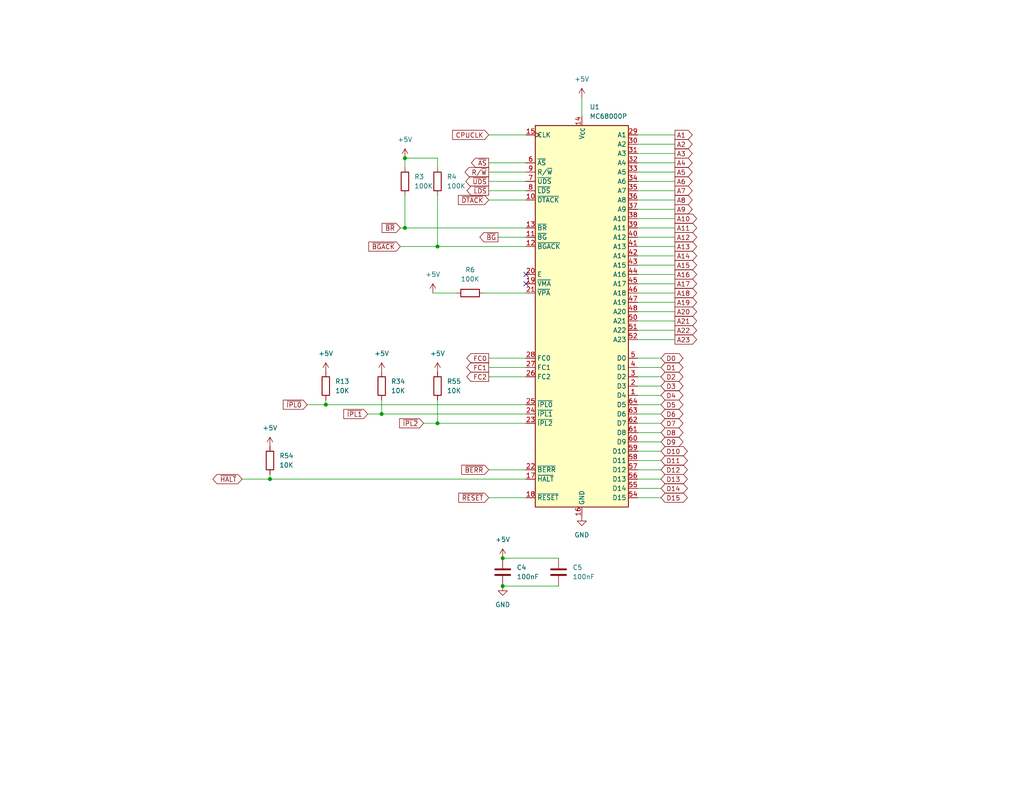
<source format=kicad_sch>
(kicad_sch (version 20250114) (generator "eeschema") (generator_version "9.0")
  (paper "USLetter")
  (lib_symbols
    (symbol "CPU_NXP_68000:MC68000P"
      (property "Reference" "U" (at -11.684 54.864 0))
      (property "Value" "MC68000P" (at 9.652 54.864 0))
      (symbol "MC68000P_0_1"
        (rectangle (start -12.7 53.34) (end 12.7 -50.8) (stroke (width 0.254)) (fill (type background)))
      )
      (symbol "MC68000P_1_1"
        (pin input clock (at -15.24 50.8 0) (length 2.54) (name "CLK") (number "15"))
        (pin tri_state line (at -15.24 43.18 0) (length 2.54) (name "~{AS}") (number "6"))
        (pin tri_state line (at -15.24 40.64 0) (length 2.54) (name "R/~{W}") (number "9"))
        (pin tri_state line (at -15.24 38.1 0) (length 2.54) (name "~{UDS}") (number "7"))
        (pin tri_state line (at -15.24 35.56 0) (length 2.54) (name "~{LDS}") (number "8"))
        (pin input line (at -15.24 33.02 0) (length 2.54) (name "~{DTACK}") (number "10"))
        (pin input line (at -15.24 25.4 0) (length 2.54) (name "~{BR}") (number "13"))
        (pin output line (at -15.24 22.86 0) (length 2.54) (name "~{BG}") (number "11"))
        (pin input line (at -15.24 20.32 0) (length 2.54) (name "~{BGACK}") (number "12"))
        (pin output line (at -15.24 12.7 0) (length 2.54) (name "E") (number "20"))
        (pin tri_state line (at -15.24 10.16 0) (length 2.54) (name "~{VMA}") (number "19"))
        (pin input line (at -15.24 7.62 0) (length 2.54) (name "~{VPA}") (number "21"))
        (pin tri_state line (at -15.24 -10.16 0) (length 2.54) (name "FC0") (number "28"))
        (pin tri_state line (at -15.24 -12.7 0) (length 2.54) (name "FC1") (number "27"))
        (pin tri_state line (at -15.24 -15.24 0) (length 2.54) (name "FC2") (number "26"))
        (pin input line (at -15.24 -22.86 0) (length 2.54) (name "~{IPL0}") (number "25"))
        (pin input line (at -15.24 -25.4 0) (length 2.54) (name "~{IPL1}") (number "24"))
        (pin input line (at -15.24 -27.94 0) (length 2.54) (name "~{IPL2}") (number "23"))
        (pin input line (at -15.24 -40.64 0) (length 2.54) (name "~{BERR}") (number "22"))
        (pin bidirectional line (at -15.24 -43.18 0) (length 2.54) (name "~{HALT}") (number "17"))
        (pin bidirectional line (at -15.24 -48.26 0) (length 2.54) (name "~{RESET}") (number "18"))
        (pin power_in line (at 0 55.88 270) (length 2.54) (name "V_{CC}") (number "14"))
        (pin passive line (at 0 55.88 270) (length 2.54) (hide yes) (name "V_{CC}") (number "49"))
        (pin power_in line (at 0 -53.34 90) (length 2.54) (name "GND") (number "16"))
        (pin passive line (at 0 -53.34 90) (length 2.54) (hide yes) (name "GND") (number "53"))
        (pin tri_state line (at 15.24 50.8 180) (length 2.54) (name "A1") (number "29"))
        (pin tri_state line (at 15.24 48.26 180) (length 2.54) (name "A2") (number "30"))
        (pin tri_state line (at 15.24 45.72 180) (length 2.54) (name "A3") (number "31"))
        (pin tri_state line (at 15.24 43.18 180) (length 2.54) (name "A4") (number "32"))
        (pin tri_state line (at 15.24 40.64 180) (length 2.54) (name "A5") (number "33"))
        (pin tri_state line (at 15.24 38.1 180) (length 2.54) (name "A6") (number "34"))
        (pin tri_state line (at 15.24 35.56 180) (length 2.54) (name "A7") (number "35"))
        (pin tri_state line (at 15.24 33.02 180) (length 2.54) (name "A8") (number "36"))
        (pin tri_state line (at 15.24 30.48 180) (length 2.54) (name "A9") (number "37"))
        (pin tri_state line (at 15.24 27.94 180) (length 2.54) (name "A10") (number "38"))
        (pin tri_state line (at 15.24 25.4 180) (length 2.54) (name "A11") (number "39"))
        (pin tri_state line (at 15.24 22.86 180) (length 2.54) (name "A12") (number "40"))
        (pin tri_state line (at 15.24 20.32 180) (length 2.54) (name "A13") (number "41"))
        (pin tri_state line (at 15.24 17.78 180) (length 2.54) (name "A14") (number "42"))
        (pin tri_state line (at 15.24 15.24 180) (length 2.54) (name "A15") (number "43"))
        (pin tri_state line (at 15.24 12.7 180) (length 2.54) (name "A16") (number "44"))
        (pin tri_state line (at 15.24 10.16 180) (length 2.54) (name "A17") (number "45"))
        (pin tri_state line (at 15.24 7.62 180) (length 2.54) (name "A18") (number "46"))
        (pin tri_state line (at 15.24 5.08 180) (length 2.54) (name "A19") (number "47"))
        (pin tri_state line (at 15.24 2.54 180) (length 2.54) (name "A20") (number "48"))
        (pin tri_state line (at 15.24 0 180) (length 2.54) (name "A21") (number "50"))
        (pin tri_state line (at 15.24 -2.54 180) (length 2.54) (name "A22") (number "51"))
        (pin tri_state line (at 15.24 -5.08 180) (length 2.54) (name "A23") (number "52"))
        (pin bidirectional line (at 15.24 -10.16 180) (length 2.54) (name "D0") (number "5"))
        (pin bidirectional line (at 15.24 -12.7 180) (length 2.54) (name "D1") (number "4"))
        (pin bidirectional line (at 15.24 -15.24 180) (length 2.54) (name "D2") (number "3"))
        (pin bidirectional line (at 15.24 -17.78 180) (length 2.54) (name "D3") (number "2"))
        (pin bidirectional line (at 15.24 -20.32 180) (length 2.54) (name "D4") (number "1"))
        (pin bidirectional line (at 15.24 -22.86 180) (length 2.54) (name "D5") (number "64"))
        (pin bidirectional line (at 15.24 -25.4 180) (length 2.54) (name "D6") (number "63"))
        (pin bidirectional line (at 15.24 -27.94 180) (length 2.54) (name "D7") (number "62"))
        (pin bidirectional line (at 15.24 -30.48 180) (length 2.54) (name "D8") (number "61"))
        (pin bidirectional line (at 15.24 -33.02 180) (length 2.54) (name "D9") (number "60"))
        (pin bidirectional line (at 15.24 -35.56 180) (length 2.54) (name "D10") (number "59"))
        (pin bidirectional line (at 15.24 -38.1 180) (length 2.54) (name "D11") (number "58"))
        (pin bidirectional line (at 15.24 -40.64 180) (length 2.54) (name "D12") (number "57"))
        (pin bidirectional line (at 15.24 -43.18 180) (length 2.54) (name "D13") (number "56"))
        (pin bidirectional line (at 15.24 -45.72 180) (length 2.54) (name "D14") (number "55"))
        (pin bidirectional line (at 15.24 -48.26 180) (length 2.54) (name "D15") (number "54"))
      )
    )
    (symbol "Device:C" (pin_numbers (hide yes)) (pin_names (offset 0.254))
      (property "Reference" "C" (at 0.635 2.54 0))
      (property "Value" "C" (at 0.635 -2.54 0))
      (symbol "C_0_1"
        (polyline (pts (xy -2.032 0.762) (xy 2.032 0.762)) (stroke (width 0.508)))
        (polyline (pts (xy -2.032 -0.762) (xy 2.032 -0.762)) (stroke (width 0.508)))
      )
      (symbol "C_1_1"
        (pin passive line (at 0 3.81 270) (length 2.794) (name "~") (number "1"))
        (pin passive line (at 0 -3.81 90) (length 2.794) (name "~") (number "2"))
      )
    )
    (symbol "Device:R" (pin_numbers (hide yes)) (pin_names (offset 0))
      (property "Reference" "R" (at 2.032 0 90))
      (property "Value" "R" (at 0 0 90))
      (symbol "R_0_1"
        (rectangle (start -1.016 -2.54) (end 1.016 2.54) (stroke (width 0.254)))
      )
      (symbol "R_1_1"
        (pin passive line (at 0 3.81 270) (length 1.27) (name "~") (number "1"))
        (pin passive line (at 0 -3.81 90) (length 1.27) (name "~") (number "2"))
      )
    )
    (symbol "power:+5V" (power) (pin_numbers (hide yes)) (pin_names (offset 0) (hide yes))
      (property "Value" "+5V" (at 0 3.556 0))
      (symbol "+5V_0_1"
        (polyline (pts (xy -0.762 1.27) (xy 0 2.54)))
        (polyline (pts (xy 0 2.54) (xy 0.762 1.27)))
        (polyline (pts (xy 0 0) (xy 0 2.54)))
      )
      (symbol "+5V_1_1"
        (pin power_in line (at 0 0 90) (length 0) (name "~") (number "1"))
      )
    )
    (symbol "power:GND" (power) (pin_numbers (hide yes)) (pin_names (offset 0) (hide yes))
      (property "Value" "GND" (at 0 -3.81 0))
      (symbol "GND_0_1"
        (polyline (pts (xy 0 0) (xy 0 -1.27) (xy 1.27 -1.27) (xy 0 -2.54) (xy -1.27 -1.27) (xy 0 -1.27)))
      )
      (symbol "GND_1_1"
        (pin power_in line (at 0 0 270) (length 0) (name "~") (number "1"))
      )
    )
  )
  (junction (at 73.66 130.81))
  (junction (at 110.49 62.23))
  (junction (at 137.16 160.02))
  (junction (at 104.14 113.03))
  (junction (at 88.9 110.49))
  (junction (at 137.16 152.4))
  (junction (at 119.38 115.57))
  (junction (at 119.38 67.31))
  (junction (at 110.49 43.18))
  (no_connect (at 143.51 74.93))
  (no_connect (at 143.51 77.47))
  (wire (pts (xy 173.99 69.85) (xy 184.15 69.85)))
  (wire (pts (xy 104.14 113.03) (xy 143.51 113.03)))
  (wire (pts (xy 173.99 102.87) (xy 180.34 102.87)))
  (wire (pts (xy 119.38 67.31) (xy 143.51 67.31)))
  (wire (pts (xy 119.38 115.57) (xy 143.51 115.57)))
  (wire (pts (xy 100.33 113.03) (xy 104.14 113.03)))
  (wire (pts (xy 133.35 100.33) (xy 143.51 100.33)))
  (wire (pts (xy 110.49 43.18) (xy 110.49 45.72)))
  (wire (pts (xy 109.22 67.31) (xy 119.38 67.31)))
  (wire (pts (xy 173.99 115.57) (xy 180.34 115.57)))
  (wire (pts (xy 173.99 118.11) (xy 180.34 118.11)))
  (wire (pts (xy 173.99 90.17) (xy 184.15 90.17)))
  (wire (pts (xy 173.99 113.03) (xy 180.34 113.03)))
  (wire (pts (xy 173.99 77.47) (xy 184.15 77.47)))
  (wire (pts (xy 173.99 82.55) (xy 184.15 82.55)))
  (wire (pts (xy 110.49 62.23) (xy 143.51 62.23)))
  (wire (pts (xy 173.99 110.49) (xy 180.34 110.49)))
  (wire (pts (xy 88.9 109.22) (xy 88.9 110.49)))
  (wire (pts (xy 173.99 46.99) (xy 184.15 46.99)))
  (wire (pts (xy 133.35 36.83) (xy 143.51 36.83)))
  (wire (pts (xy 173.99 105.41) (xy 180.34 105.41)))
  (wire (pts (xy 173.99 74.93) (xy 184.15 74.93)))
  (wire (pts (xy 173.99 120.65) (xy 180.34 120.65)))
  (wire (pts (xy 173.99 97.79) (xy 180.34 97.79)))
  (wire (pts (xy 115.57 115.57) (xy 119.38 115.57)))
  (wire (pts (xy 66.04 130.81) (xy 73.66 130.81)))
  (wire (pts (xy 88.9 110.49) (xy 143.51 110.49)))
  (wire (pts (xy 173.99 130.81) (xy 180.34 130.81)))
  (wire (pts (xy 173.99 64.77) (xy 184.15 64.77)))
  (wire (pts (xy 133.35 135.89) (xy 143.51 135.89)))
  (wire (pts (xy 173.99 133.35) (xy 180.34 133.35)))
  (wire (pts (xy 173.99 54.61) (xy 184.15 54.61)))
  (wire (pts (xy 133.35 102.87) (xy 143.51 102.87)))
  (wire (pts (xy 110.49 43.18) (xy 119.38 43.18)))
  (wire (pts (xy 133.35 46.99) (xy 143.51 46.99)))
  (wire (pts (xy 73.66 129.54) (xy 73.66 130.81)))
  (wire (pts (xy 104.14 109.22) (xy 104.14 113.03)))
  (wire (pts (xy 135.89 64.77) (xy 143.51 64.77)))
  (wire (pts (xy 173.99 49.53) (xy 184.15 49.53)))
  (wire (pts (xy 173.99 87.63) (xy 184.15 87.63)))
  (wire (pts (xy 119.38 109.22) (xy 119.38 115.57)))
  (wire (pts (xy 173.99 123.19) (xy 180.34 123.19)))
  (wire (pts (xy 133.35 97.79) (xy 143.51 97.79)))
  (wire (pts (xy 132.08 80.01) (xy 143.51 80.01)))
  (wire (pts (xy 173.99 36.83) (xy 184.15 36.83)))
  (wire (pts (xy 173.99 125.73) (xy 180.34 125.73)))
  (wire (pts (xy 73.66 130.81) (xy 143.51 130.81)))
  (wire (pts (xy 173.99 128.27) (xy 180.34 128.27)))
  (wire (pts (xy 109.22 62.23) (xy 110.49 62.23)))
  (wire (pts (xy 83.82 110.49) (xy 88.9 110.49)))
  (wire (pts (xy 173.99 67.31) (xy 184.15 67.31)))
  (wire (pts (xy 173.99 57.15) (xy 184.15 57.15)))
  (wire (pts (xy 173.99 59.69) (xy 184.15 59.69)))
  (wire (pts (xy 110.49 53.34) (xy 110.49 62.23)))
  (wire (pts (xy 173.99 41.91) (xy 184.15 41.91)))
  (wire (pts (xy 173.99 52.07) (xy 184.15 52.07)))
  (wire (pts (xy 119.38 53.34) (xy 119.38 67.31)))
  (wire (pts (xy 173.99 107.95) (xy 180.34 107.95)))
  (wire (pts (xy 173.99 62.23) (xy 184.15 62.23)))
  (wire (pts (xy 173.99 85.09) (xy 184.15 85.09)))
  (wire (pts (xy 173.99 72.39) (xy 184.15 72.39)))
  (wire (pts (xy 124.46 80.01) (xy 118.11 80.01)))
  (wire (pts (xy 158.75 26.67) (xy 158.75 31.75)))
  (wire (pts (xy 133.35 54.61) (xy 143.51 54.61)))
  (wire (pts (xy 137.16 152.4) (xy 152.4 152.4)))
  (wire (pts (xy 173.99 92.71) (xy 184.15 92.71)))
  (wire (pts (xy 133.35 44.45) (xy 143.51 44.45)))
  (wire (pts (xy 133.35 52.07) (xy 143.51 52.07)))
  (wire (pts (xy 173.99 44.45) (xy 184.15 44.45)))
  (wire (pts (xy 173.99 80.01) (xy 184.15 80.01)))
  (wire (pts (xy 133.35 128.27) (xy 143.51 128.27)))
  (wire (pts (xy 119.38 43.18) (xy 119.38 45.72)))
  (wire (pts (xy 137.16 160.02) (xy 152.4 160.02)))
  (wire (pts (xy 173.99 100.33) (xy 180.34 100.33)))
  (wire (pts (xy 133.35 49.53) (xy 143.51 49.53)))
  (wire (pts (xy 173.99 39.37) (xy 184.15 39.37)))
  (wire (pts (xy 173.99 135.89) (xy 180.34 135.89)))
  (global_label "A12" (shape output) (at 184.15 64.77 0) (property "Intersheetrefs" "${INTERSHEET_REFS}" (effects (hide yes))))
  (global_label "~{BG}" (shape output) (at 135.89 64.77 180) (property "Intersheetrefs" "${INTERSHEET_REFS}" (effects (hide yes))))
  (global_label "A16" (shape output) (at 184.15 74.93 0) (property "Intersheetrefs" "${INTERSHEET_REFS}" (effects (hide yes))))
  (global_label "A4" (shape output) (at 184.15 44.45 0) (property "Intersheetrefs" "${INTERSHEET_REFS}" (effects (hide yes))))
  (global_label "~{AS}" (shape output) (at 133.35 44.45 180) (property "Intersheetrefs" "${INTERSHEET_REFS}" (effects (hide yes))))
  (global_label "D4" (shape tri_state) (at 180.34 107.95 0) (property "Intersheetrefs" "${INTERSHEET_REFS}" (effects (hide yes))))
  (global_label "~{UDS}" (shape output) (at 133.35 49.53 180) (property "Intersheetrefs" "${INTERSHEET_REFS}" (effects (hide yes))))
  (global_label "A22" (shape output) (at 184.15 90.17 0) (property "Intersheetrefs" "${INTERSHEET_REFS}" (effects (hide yes))))
  (global_label "A15" (shape output) (at 184.15 72.39 0) (property "Intersheetrefs" "${INTERSHEET_REFS}" (effects (hide yes))))
  (global_label "~{BGACK}" (shape input) (at 109.22 67.31 180) (property "Intersheetrefs" "${INTERSHEET_REFS}" (effects (hide yes))))
  (global_label "A8" (shape output) (at 184.15 54.61 0) (property "Intersheetrefs" "${INTERSHEET_REFS}" (effects (hide yes))))
  (global_label "A13" (shape output) (at 184.15 67.31 0) (property "Intersheetrefs" "${INTERSHEET_REFS}" (effects (hide yes))))
  (global_label "D10" (shape tri_state) (at 180.34 123.19 0) (property "Intersheetrefs" "${INTERSHEET_REFS}" (effects (hide yes))))
  (global_label "A20" (shape output) (at 184.15 85.09 0) (property "Intersheetrefs" "${INTERSHEET_REFS}" (effects (hide yes))))
  (global_label "A11" (shape output) (at 184.15 62.23 0) (property "Intersheetrefs" "${INTERSHEET_REFS}" (effects (hide yes))))
  (global_label "~{DTACK}" (shape input) (at 133.35 54.61 180) (property "Intersheetrefs" "${INTERSHEET_REFS}" (effects (hide yes))))
  (global_label "D13" (shape tri_state) (at 180.34 130.81 0) (property "Intersheetrefs" "${INTERSHEET_REFS}" (effects (hide yes))))
  (global_label "A23" (shape output) (at 184.15 92.71 0) (property "Intersheetrefs" "${INTERSHEET_REFS}" (effects (hide yes))))
  (global_label "A10" (shape output) (at 184.15 59.69 0) (property "Intersheetrefs" "${INTERSHEET_REFS}" (effects (hide yes))))
  (global_label "R{slash}~{W}" (shape output) (at 133.35 46.99 180) (property "Intersheetrefs" "${INTERSHEET_REFS}" (effects (hide yes))))
  (global_label "A21" (shape output) (at 184.15 87.63 0) (property "Intersheetrefs" "${INTERSHEET_REFS}" (effects (hide yes))))
  (global_label "A7" (shape output) (at 184.15 52.07 0) (property "Intersheetrefs" "${INTERSHEET_REFS}" (effects (hide yes))))
  (global_label "~{RESET}" (shape input) (at 133.35 135.89 180) (property "Intersheetrefs" "${INTERSHEET_REFS}" (effects (hide yes))))
  (global_label "D5" (shape tri_state) (at 180.34 110.49 0) (property "Intersheetrefs" "${INTERSHEET_REFS}" (effects (hide yes))))
  (global_label "~{LDS}" (shape output) (at 133.35 52.07 180) (property "Intersheetrefs" "${INTERSHEET_REFS}" (effects (hide yes))))
  (global_label "A14" (shape output) (at 184.15 69.85 0) (property "Intersheetrefs" "${INTERSHEET_REFS}" (effects (hide yes))))
  (global_label "A6" (shape output) (at 184.15 49.53 0) (property "Intersheetrefs" "${INTERSHEET_REFS}" (effects (hide yes))))
  (global_label "D1" (shape tri_state) (at 180.34 100.33 0) (property "Intersheetrefs" "${INTERSHEET_REFS}" (effects (hide yes))))
  (global_label "D7" (shape tri_state) (at 180.34 115.57 0) (property "Intersheetrefs" "${INTERSHEET_REFS}" (effects (hide yes))))
  (global_label "~{BERR}" (shape input) (at 133.35 128.27 180) (property "Intersheetrefs" "${INTERSHEET_REFS}" (effects (hide yes))))
  (global_label "D8" (shape tri_state) (at 180.34 118.11 0) (property "Intersheetrefs" "${INTERSHEET_REFS}" (effects (hide yes))))
  (global_label "~{IPL0}" (shape input) (at 83.82 110.49 180) (property "Intersheetrefs" "${INTERSHEET_REFS}" (effects (hide yes))))
  (global_label "D2" (shape tri_state) (at 180.34 102.87 0) (property "Intersheetrefs" "${INTERSHEET_REFS}" (effects (hide yes))))
  (global_label "A3" (shape output) (at 184.15 41.91 0) (property "Intersheetrefs" "${INTERSHEET_REFS}" (effects (hide yes))))
  (global_label "D9" (shape tri_state) (at 180.34 120.65 0) (property "Intersheetrefs" "${INTERSHEET_REFS}" (effects (hide yes))))
  (global_label "FC1" (shape output) (at 133.35 100.33 180) (property "Intersheetrefs" "${INTERSHEET_REFS}" (effects (hide yes))))
  (global_label "D11" (shape tri_state) (at 180.34 125.73 0) (property "Intersheetrefs" "${INTERSHEET_REFS}" (effects (hide yes))))
  (global_label "A9" (shape output) (at 184.15 57.15 0) (property "Intersheetrefs" "${INTERSHEET_REFS}" (effects (hide yes))))
  (global_label "CPUCLK" (shape input) (at 133.35 36.83 180) (property "Intersheetrefs" "${INTERSHEET_REFS}" (effects (hide yes))))
  (global_label "A17" (shape output) (at 184.15 77.47 0) (property "Intersheetrefs" "${INTERSHEET_REFS}" (effects (hide yes))))
  (global_label "D3" (shape tri_state) (at 180.34 105.41 0) (property "Intersheetrefs" "${INTERSHEET_REFS}" (effects (hide yes))))
  (global_label "A5" (shape output) (at 184.15 46.99 0) (property "Intersheetrefs" "${INTERSHEET_REFS}" (effects (hide yes))))
  (global_label "D12" (shape tri_state) (at 180.34 128.27 0) (property "Intersheetrefs" "${INTERSHEET_REFS}" (effects (hide yes))))
  (global_label "A19" (shape output) (at 184.15 82.55 0) (property "Intersheetrefs" "${INTERSHEET_REFS}" (effects (hide yes))))
  (global_label "A18" (shape output) (at 184.15 80.01 0) (property "Intersheetrefs" "${INTERSHEET_REFS}" (effects (hide yes))))
  (global_label "~{IPL1}" (shape input) (at 100.33 113.03 180) (property "Intersheetrefs" "${INTERSHEET_REFS}" (effects (hide yes))))
  (global_label "A1" (shape output) (at 184.15 36.83 0) (property "Intersheetrefs" "${INTERSHEET_REFS}" (effects (hide yes))))
  (global_label "A2" (shape output) (at 184.15 39.37 0) (property "Intersheetrefs" "${INTERSHEET_REFS}" (effects (hide yes))))
  (global_label "FC2" (shape output) (at 133.35 102.87 180) (property "Intersheetrefs" "${INTERSHEET_REFS}" (effects (hide yes))))
  (global_label "D0" (shape tri_state) (at 180.34 97.79 0) (property "Intersheetrefs" "${INTERSHEET_REFS}" (effects (hide yes))))
  (global_label "~{IPL2}" (shape input) (at 115.57 115.57 180) (property "Intersheetrefs" "${INTERSHEET_REFS}" (effects (hide yes))))
  (global_label "~{HALT}" (shape bidirectional) (at 66.04 130.81 180) (property "Intersheetrefs" "${INTERSHEET_REFS}" (effects (hide yes))))
  (global_label "D15" (shape tri_state) (at 180.34 135.89 0) (property "Intersheetrefs" "${INTERSHEET_REFS}" (effects (hide yes))))
  (global_label "~{BR}" (shape input) (at 109.22 62.23 180) (property "Intersheetrefs" "${INTERSHEET_REFS}" (effects (hide yes))))
  (global_label "D6" (shape tri_state) (at 180.34 113.03 0) (property "Intersheetrefs" "${INTERSHEET_REFS}" (effects (hide yes))))
  (global_label "FC0" (shape output) (at 133.35 97.79 180) (property "Intersheetrefs" "${INTERSHEET_REFS}" (effects (hide yes))))
  (global_label "D14" (shape tri_state) (at 180.34 133.35 0) (property "Intersheetrefs" "${INTERSHEET_REFS}" (effects (hide yes))))
  (symbol (lib_id "power:GND") (at 158.75 140.97 0) (unit 1)
    (property "Reference" "#PWR019" (effects (hide yes)))
    (property "Value" "GND" (at 158.75 146.05 0))
    (property "Description" "Power symbol creates a global label with name \"GND\" , ground" (effects (hide yes)))
  )
  (symbol (lib_id "Device:R") (at 119.38 49.53 0) (unit 1)
    (property "Reference" "R4" (at 121.92 48.2599 0) (effects (justify left)))
    (property "Value" "100K" (at 121.92 50.7999 0) (effects (justify left)))
    (property "Footprint" "Resistor_THT:R_Axial_DIN0207_L6.3mm_D2.5mm_P10.16mm_Horizontal" (effects (hide yes)))
    (property "Description" "Resistor" (effects (hide yes)))
  )
  (symbol (lib_id "Device:C") (at 152.4 156.21 0) (unit 1)
    (property "Reference" "C5" (at 156.21 154.9399 0) (effects (justify left)))
    (property "Value" "100nF" (at 156.21 157.4799 0) (effects (justify left)))
    (property "Footprint" "Capacitor_THT:C_Disc_D5.0mm_W2.5mm_P5.00mm" (effects (hide yes)))
    (property "Description" "Unpolarized capacitor" (effects (hide yes)))
  )
  (symbol (lib_id "Device:R") (at 88.9 105.41 0) (unit 1)
    (property "Reference" "R13" (at 91.44 104.1399 0) (effects (justify left)))
    (property "Value" "10K" (at 91.44 106.6799 0) (effects (justify left)))
    (property "Footprint" "Resistor_THT:R_Axial_DIN0207_L6.3mm_D2.5mm_P10.16mm_Horizontal" (effects (hide yes)))
    (property "Description" "Resistor" (effects (hide yes)))
  )
  (symbol (lib_id "CPU_NXP_68000:MC68000P") (at 158.75 87.63 0) (unit 1)
    (property "Reference" "U1" (at 160.8933 29.21 0) (effects (justify left)))
    (property "Value" "MC68000P" (at 160.8933 31.75 0) (effects (justify left)))
    (property "Footprint" "Package_DIP:DIP-64_W22.86mm" (effects (hide yes)))
    (property "Datasheet" "https://www.nxp.com/docs/en/reference-manual/MC68000UM.pdf" (effects (hide yes)))
    (property "Description" "16/32-bit microprocessor, 16-bit external data bus, 23-bit external address bus (effectively 24-bit), DIP-64 (900 mil, case 754-01)" (effects (hide yes)))
  )
  (symbol (lib_id "Device:C") (at 137.16 156.21 0) (unit 1)
    (property "Reference" "C4" (at 140.97 154.9399 0) (effects (justify left)))
    (property "Value" "100nF" (at 140.97 157.4799 0) (effects (justify left)))
    (property "Footprint" "Capacitor_THT:C_Disc_D5.0mm_W2.5mm_P5.00mm" (effects (hide yes)))
    (property "Description" "Unpolarized capacitor" (effects (hide yes)))
  )
  (symbol (lib_id "Device:R") (at 119.38 105.41 0) (unit 1)
    (property "Reference" "R55" (at 121.92 104.1399 0) (effects (justify left)))
    (property "Value" "10K" (at 121.92 106.6799 0) (effects (justify left)))
    (property "Footprint" "Resistor_THT:R_Axial_DIN0207_L6.3mm_D2.5mm_P10.16mm_Horizontal" (effects (hide yes)))
    (property "Description" "Resistor" (effects (hide yes)))
  )
  (symbol (lib_id "power:+5V") (at 88.9 101.6 0) (unit 1)
    (property "Reference" "#PWR077" (effects (hide yes)))
    (property "Value" "+5V" (at 88.9 96.52 0))
    (property "Description" "Power symbol creates a global label with name \"+5V\"" (effects (hide yes)))
  )
  (symbol (lib_id "power:GND") (at 137.16 160.02 0) (unit 1)
    (property "Reference" "#PWR017" (effects (hide yes)))
    (property "Value" "GND" (at 137.16 165.1 0))
    (property "Description" "Power symbol creates a global label with name \"GND\" , ground" (effects (hide yes)))
  )
  (symbol (lib_id "power:+5V") (at 110.49 43.18 0) (unit 1)
    (property "Reference" "#PWR014" (effects (hide yes)))
    (property "Value" "+5V" (at 110.49 38.1 0))
    (property "Description" "Power symbol creates a global label with name \"+5V\"" (effects (hide yes)))
  )
  (symbol (lib_id "power:+5V") (at 137.16 152.4 0) (unit 1)
    (property "Reference" "#PWR016" (effects (hide yes)))
    (property "Value" "+5V" (at 137.16 147.32 0))
    (property "Description" "Power symbol creates a global label with name \"+5V\"" (effects (hide yes)))
  )
  (symbol (lib_id "power:+5V") (at 104.14 101.6 0) (unit 1)
    (property "Reference" "#PWR0144" (effects (hide yes)))
    (property "Value" "+5V" (at 104.14 96.52 0))
    (property "Description" "Power symbol creates a global label with name \"+5V\"" (effects (hide yes)))
  )
  (symbol (lib_id "power:+5V") (at 118.11 80.01 0) (unit 1)
    (property "Reference" "#PWR015" (effects (hide yes)))
    (property "Value" "+5V" (at 118.11 74.93 0))
    (property "Description" "Power symbol creates a global label with name \"+5V\"" (effects (hide yes)))
  )
  (symbol (lib_id "Device:R") (at 110.49 49.53 0) (unit 1)
    (property "Reference" "R3" (at 113.03 48.2599 0) (effects (justify left)))
    (property "Value" "100K" (at 113.03 50.7999 0) (effects (justify left)))
    (property "Footprint" "Resistor_THT:R_Axial_DIN0207_L6.3mm_D2.5mm_P10.16mm_Horizontal" (effects (hide yes)))
    (property "Description" "Resistor" (effects (hide yes)))
  )
  (symbol (lib_id "power:+5V") (at 158.75 26.67 0) (unit 1)
    (property "Reference" "#PWR018" (effects (hide yes)))
    (property "Value" "+5V" (at 158.75 21.59 0))
    (property "Description" "Power symbol creates a global label with name \"+5V\"" (effects (hide yes)))
  )
  (symbol (lib_id "Device:R") (at 73.66 125.73 0) (unit 1)
    (property "Reference" "R54" (at 76.2 124.4599 0) (effects (justify left)))
    (property "Value" "10K" (at 76.2 126.9999 0) (effects (justify left)))
    (property "Footprint" "Resistor_THT:R_Axial_DIN0207_L6.3mm_D2.5mm_P10.16mm_Horizontal" (effects (hide yes)))
    (property "Description" "Resistor" (effects (hide yes)))
  )
  (symbol (lib_id "Device:R") (at 128.27 80.01 90) (unit 1)
    (property "Reference" "R6" (at 128.27 73.66 90))
    (property "Value" "100K" (at 128.27 76.2 90))
    (property "Footprint" "Resistor_THT:R_Axial_DIN0207_L6.3mm_D2.5mm_P10.16mm_Horizontal" (effects (hide yes)))
    (property "Description" "Resistor" (effects (hide yes)))
  )
  (symbol (lib_id "power:+5V") (at 119.38 101.6 0) (unit 1)
    (property "Reference" "#PWR0147" (effects (hide yes)))
    (property "Value" "+5V" (at 119.38 96.52 0))
    (property "Description" "Power symbol creates a global label with name \"+5V\"" (effects (hide yes)))
  )
  (symbol (lib_id "Device:R") (at 104.14 105.41 0) (unit 1)
    (property "Reference" "R34" (at 106.68 104.1399 0) (effects (justify left)))
    (property "Value" "10K" (at 106.68 106.6799 0) (effects (justify left)))
    (property "Footprint" "Resistor_THT:R_Axial_DIN0207_L6.3mm_D2.5mm_P10.16mm_Horizontal" (effects (hide yes)))
    (property "Description" "Resistor" (effects (hide yes)))
  )
  (symbol (lib_id "power:+5V") (at 73.66 121.92 0) (unit 1)
    (property "Reference" "#PWR0143" (effects (hide yes)))
    (property "Value" "+5V" (at 73.66 116.84 0))
    (property "Description" "Power symbol creates a global label with name \"+5V\"" (effects (hide yes)))
  )
)
</source>
